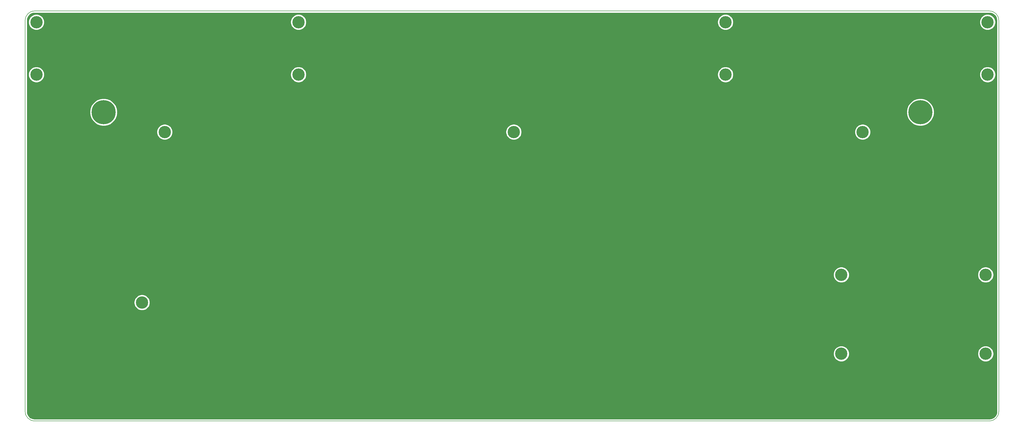
<source format=gbr>
G04 #@! TF.GenerationSoftware,KiCad,Pcbnew,(5.1.12)-1*
G04 #@! TF.CreationDate,2022-04-13T19:57:18+05:30*
G04 #@! TF.ProjectId,mysterium-bottom,6d797374-6572-4697-956d-2d626f74746f,rev?*
G04 #@! TF.SameCoordinates,Original*
G04 #@! TF.FileFunction,Copper,L1,Top*
G04 #@! TF.FilePolarity,Positive*
%FSLAX46Y46*%
G04 Gerber Fmt 4.6, Leading zero omitted, Abs format (unit mm)*
G04 Created by KiCad (PCBNEW (5.1.12)-1) date 2022-04-13 19:57:18*
%MOMM*%
%LPD*%
G01*
G04 APERTURE LIST*
G04 #@! TA.AperFunction,Profile*
%ADD10C,0.150000*%
G04 #@! TD*
G04 #@! TA.AperFunction,ComponentPad*
%ADD11C,8.600000*%
G04 #@! TD*
G04 #@! TA.AperFunction,ComponentPad*
%ADD12C,4.400000*%
G04 #@! TD*
G04 #@! TA.AperFunction,Conductor*
%ADD13C,0.254000*%
G04 #@! TD*
G04 #@! TA.AperFunction,Conductor*
%ADD14C,2.000000*%
G04 #@! TD*
G04 APERTURE END LIST*
D10*
X384213099Y-204169841D02*
G75*
G02*
X380909040Y-207479900I-3307059J-3000D01*
G01*
X380903041Y-60863401D02*
G75*
G02*
X384213100Y-64167460I3000J-3307059D01*
G01*
X36550601Y-64173459D02*
G75*
G02*
X39854660Y-60863400I3307059J3000D01*
G01*
X39860659Y-207479899D02*
G75*
G02*
X36550600Y-204175840I-3000J3307059D01*
G01*
X384213100Y-64167460D02*
X384213099Y-204169841D01*
X380909040Y-207479900D02*
X39860659Y-207479899D01*
X36550600Y-204175840D02*
X36550601Y-64173459D01*
X39854660Y-60863400D02*
X380903041Y-60863400D01*
D11*
X356213100Y-97053400D03*
X64550600Y-97053400D03*
D12*
X286626300Y-83613400D03*
X134137400Y-83613400D03*
X286626300Y-64863400D03*
X40550600Y-64863400D03*
X379523512Y-183454800D03*
X327986788Y-183454800D03*
X379523512Y-155219400D03*
X327986788Y-155219400D03*
X78257400Y-165125400D03*
X86360000Y-104152700D03*
X335597500Y-104152700D03*
X211018120Y-192186560D03*
X211016251Y-104152700D03*
X134137400Y-64863400D03*
X380213100Y-64863400D03*
X380213100Y-83613400D03*
X40550600Y-83613400D03*
D13*
X381407508Y-61625744D02*
X381892232Y-61771612D01*
X382339387Y-62008847D01*
X382731949Y-62328421D01*
X383054962Y-62718155D01*
X383296123Y-63163208D01*
X383446248Y-63646629D01*
X383503101Y-64182877D01*
X383503099Y-204135438D01*
X383450756Y-204674309D01*
X383304888Y-205159032D01*
X383067652Y-205606188D01*
X382748079Y-205998749D01*
X382358343Y-206321763D01*
X381913292Y-206562923D01*
X381429871Y-206713048D01*
X380893623Y-206769901D01*
X39895062Y-206769899D01*
X39356191Y-206717556D01*
X38871468Y-206571688D01*
X38424312Y-206334452D01*
X38031751Y-206014879D01*
X37708737Y-205625143D01*
X37467577Y-205180092D01*
X37317452Y-204696671D01*
X37260599Y-204160423D01*
X37260599Y-183175577D01*
X325151788Y-183175577D01*
X325151788Y-183734023D01*
X325260736Y-184281739D01*
X325474444Y-184797676D01*
X325784700Y-185262007D01*
X326179581Y-185656888D01*
X326643912Y-185967144D01*
X327159849Y-186180852D01*
X327707565Y-186289800D01*
X328266011Y-186289800D01*
X328813727Y-186180852D01*
X329329664Y-185967144D01*
X329793995Y-185656888D01*
X330188876Y-185262007D01*
X330499132Y-184797676D01*
X330712840Y-184281739D01*
X330821788Y-183734023D01*
X330821788Y-183175577D01*
X376688512Y-183175577D01*
X376688512Y-183734023D01*
X376797460Y-184281739D01*
X377011168Y-184797676D01*
X377321424Y-185262007D01*
X377716305Y-185656888D01*
X378180636Y-185967144D01*
X378696573Y-186180852D01*
X379244289Y-186289800D01*
X379802735Y-186289800D01*
X380350451Y-186180852D01*
X380866388Y-185967144D01*
X381330719Y-185656888D01*
X381725600Y-185262007D01*
X382035856Y-184797676D01*
X382249564Y-184281739D01*
X382358512Y-183734023D01*
X382358512Y-183175577D01*
X382249564Y-182627861D01*
X382035856Y-182111924D01*
X381725600Y-181647593D01*
X381330719Y-181252712D01*
X380866388Y-180942456D01*
X380350451Y-180728748D01*
X379802735Y-180619800D01*
X379244289Y-180619800D01*
X378696573Y-180728748D01*
X378180636Y-180942456D01*
X377716305Y-181252712D01*
X377321424Y-181647593D01*
X377011168Y-182111924D01*
X376797460Y-182627861D01*
X376688512Y-183175577D01*
X330821788Y-183175577D01*
X330712840Y-182627861D01*
X330499132Y-182111924D01*
X330188876Y-181647593D01*
X329793995Y-181252712D01*
X329329664Y-180942456D01*
X328813727Y-180728748D01*
X328266011Y-180619800D01*
X327707565Y-180619800D01*
X327159849Y-180728748D01*
X326643912Y-180942456D01*
X326179581Y-181252712D01*
X325784700Y-181647593D01*
X325474444Y-182111924D01*
X325260736Y-182627861D01*
X325151788Y-183175577D01*
X37260599Y-183175577D01*
X37260599Y-164846177D01*
X75422400Y-164846177D01*
X75422400Y-165404623D01*
X75531348Y-165952339D01*
X75745056Y-166468276D01*
X76055312Y-166932607D01*
X76450193Y-167327488D01*
X76914524Y-167637744D01*
X77430461Y-167851452D01*
X77978177Y-167960400D01*
X78536623Y-167960400D01*
X79084339Y-167851452D01*
X79600276Y-167637744D01*
X80064607Y-167327488D01*
X80459488Y-166932607D01*
X80769744Y-166468276D01*
X80983452Y-165952339D01*
X81092400Y-165404623D01*
X81092400Y-164846177D01*
X80983452Y-164298461D01*
X80769744Y-163782524D01*
X80459488Y-163318193D01*
X80064607Y-162923312D01*
X79600276Y-162613056D01*
X79084339Y-162399348D01*
X78536623Y-162290400D01*
X77978177Y-162290400D01*
X77430461Y-162399348D01*
X76914524Y-162613056D01*
X76450193Y-162923312D01*
X76055312Y-163318193D01*
X75745056Y-163782524D01*
X75531348Y-164298461D01*
X75422400Y-164846177D01*
X37260599Y-164846177D01*
X37260599Y-154940177D01*
X325151788Y-154940177D01*
X325151788Y-155498623D01*
X325260736Y-156046339D01*
X325474444Y-156562276D01*
X325784700Y-157026607D01*
X326179581Y-157421488D01*
X326643912Y-157731744D01*
X327159849Y-157945452D01*
X327707565Y-158054400D01*
X328266011Y-158054400D01*
X328813727Y-157945452D01*
X329329664Y-157731744D01*
X329793995Y-157421488D01*
X330188876Y-157026607D01*
X330499132Y-156562276D01*
X330712840Y-156046339D01*
X330821788Y-155498623D01*
X330821788Y-154940177D01*
X376688512Y-154940177D01*
X376688512Y-155498623D01*
X376797460Y-156046339D01*
X377011168Y-156562276D01*
X377321424Y-157026607D01*
X377716305Y-157421488D01*
X378180636Y-157731744D01*
X378696573Y-157945452D01*
X379244289Y-158054400D01*
X379802735Y-158054400D01*
X380350451Y-157945452D01*
X380866388Y-157731744D01*
X381330719Y-157421488D01*
X381725600Y-157026607D01*
X382035856Y-156562276D01*
X382249564Y-156046339D01*
X382358512Y-155498623D01*
X382358512Y-154940177D01*
X382249564Y-154392461D01*
X382035856Y-153876524D01*
X381725600Y-153412193D01*
X381330719Y-153017312D01*
X380866388Y-152707056D01*
X380350451Y-152493348D01*
X379802735Y-152384400D01*
X379244289Y-152384400D01*
X378696573Y-152493348D01*
X378180636Y-152707056D01*
X377716305Y-153017312D01*
X377321424Y-153412193D01*
X377011168Y-153876524D01*
X376797460Y-154392461D01*
X376688512Y-154940177D01*
X330821788Y-154940177D01*
X330712840Y-154392461D01*
X330499132Y-153876524D01*
X330188876Y-153412193D01*
X329793995Y-153017312D01*
X329329664Y-152707056D01*
X328813727Y-152493348D01*
X328266011Y-152384400D01*
X327707565Y-152384400D01*
X327159849Y-152493348D01*
X326643912Y-152707056D01*
X326179581Y-153017312D01*
X325784700Y-153412193D01*
X325474444Y-153876524D01*
X325260736Y-154392461D01*
X325151788Y-154940177D01*
X37260599Y-154940177D01*
X37260599Y-103873477D01*
X83525000Y-103873477D01*
X83525000Y-104431923D01*
X83633948Y-104979639D01*
X83847656Y-105495576D01*
X84157912Y-105959907D01*
X84552793Y-106354788D01*
X85017124Y-106665044D01*
X85533061Y-106878752D01*
X86080777Y-106987700D01*
X86639223Y-106987700D01*
X87186939Y-106878752D01*
X87702876Y-106665044D01*
X88167207Y-106354788D01*
X88562088Y-105959907D01*
X88872344Y-105495576D01*
X89086052Y-104979639D01*
X89195000Y-104431923D01*
X89195000Y-103873477D01*
X208181251Y-103873477D01*
X208181251Y-104431923D01*
X208290199Y-104979639D01*
X208503907Y-105495576D01*
X208814163Y-105959907D01*
X209209044Y-106354788D01*
X209673375Y-106665044D01*
X210189312Y-106878752D01*
X210737028Y-106987700D01*
X211295474Y-106987700D01*
X211843190Y-106878752D01*
X212359127Y-106665044D01*
X212823458Y-106354788D01*
X213218339Y-105959907D01*
X213528595Y-105495576D01*
X213742303Y-104979639D01*
X213851251Y-104431923D01*
X213851251Y-103873477D01*
X332762500Y-103873477D01*
X332762500Y-104431923D01*
X332871448Y-104979639D01*
X333085156Y-105495576D01*
X333395412Y-105959907D01*
X333790293Y-106354788D01*
X334254624Y-106665044D01*
X334770561Y-106878752D01*
X335318277Y-106987700D01*
X335876723Y-106987700D01*
X336424439Y-106878752D01*
X336940376Y-106665044D01*
X337404707Y-106354788D01*
X337799588Y-105959907D01*
X338109844Y-105495576D01*
X338323552Y-104979639D01*
X338432500Y-104431923D01*
X338432500Y-103873477D01*
X338323552Y-103325761D01*
X338109844Y-102809824D01*
X337799588Y-102345493D01*
X337404707Y-101950612D01*
X336940376Y-101640356D01*
X336424439Y-101426648D01*
X335876723Y-101317700D01*
X335318277Y-101317700D01*
X334770561Y-101426648D01*
X334254624Y-101640356D01*
X333790293Y-101950612D01*
X333395412Y-102345493D01*
X333085156Y-102809824D01*
X332871448Y-103325761D01*
X332762500Y-103873477D01*
X213851251Y-103873477D01*
X213742303Y-103325761D01*
X213528595Y-102809824D01*
X213218339Y-102345493D01*
X212823458Y-101950612D01*
X212359127Y-101640356D01*
X211843190Y-101426648D01*
X211295474Y-101317700D01*
X210737028Y-101317700D01*
X210189312Y-101426648D01*
X209673375Y-101640356D01*
X209209044Y-101950612D01*
X208814163Y-102345493D01*
X208503907Y-102809824D01*
X208290199Y-103325761D01*
X208181251Y-103873477D01*
X89195000Y-103873477D01*
X89086052Y-103325761D01*
X88872344Y-102809824D01*
X88562088Y-102345493D01*
X88167207Y-101950612D01*
X87702876Y-101640356D01*
X87186939Y-101426648D01*
X86639223Y-101317700D01*
X86080777Y-101317700D01*
X85533061Y-101426648D01*
X85017124Y-101640356D01*
X84552793Y-101950612D01*
X84157912Y-102345493D01*
X83847656Y-102809824D01*
X83633948Y-103325761D01*
X83525000Y-103873477D01*
X37260599Y-103873477D01*
X37260599Y-96567345D01*
X59615600Y-96567345D01*
X59615600Y-97539455D01*
X59805250Y-98492886D01*
X60177260Y-99390999D01*
X60717335Y-100199279D01*
X61404721Y-100886665D01*
X62213001Y-101426740D01*
X63111114Y-101798750D01*
X64064545Y-101988400D01*
X65036655Y-101988400D01*
X65990086Y-101798750D01*
X66888199Y-101426740D01*
X67696479Y-100886665D01*
X68383865Y-100199279D01*
X68923940Y-99390999D01*
X69295950Y-98492886D01*
X69485600Y-97539455D01*
X69485600Y-96567345D01*
X351278100Y-96567345D01*
X351278100Y-97539455D01*
X351467750Y-98492886D01*
X351839760Y-99390999D01*
X352379835Y-100199279D01*
X353067221Y-100886665D01*
X353875501Y-101426740D01*
X354773614Y-101798750D01*
X355727045Y-101988400D01*
X356699155Y-101988400D01*
X357652586Y-101798750D01*
X358550699Y-101426740D01*
X359358979Y-100886665D01*
X360046365Y-100199279D01*
X360586440Y-99390999D01*
X360958450Y-98492886D01*
X361148100Y-97539455D01*
X361148100Y-96567345D01*
X360958450Y-95613914D01*
X360586440Y-94715801D01*
X360046365Y-93907521D01*
X359358979Y-93220135D01*
X358550699Y-92680060D01*
X357652586Y-92308050D01*
X356699155Y-92118400D01*
X355727045Y-92118400D01*
X354773614Y-92308050D01*
X353875501Y-92680060D01*
X353067221Y-93220135D01*
X352379835Y-93907521D01*
X351839760Y-94715801D01*
X351467750Y-95613914D01*
X351278100Y-96567345D01*
X69485600Y-96567345D01*
X69295950Y-95613914D01*
X68923940Y-94715801D01*
X68383865Y-93907521D01*
X67696479Y-93220135D01*
X66888199Y-92680060D01*
X65990086Y-92308050D01*
X65036655Y-92118400D01*
X64064545Y-92118400D01*
X63111114Y-92308050D01*
X62213001Y-92680060D01*
X61404721Y-93220135D01*
X60717335Y-93907521D01*
X60177260Y-94715801D01*
X59805250Y-95613914D01*
X59615600Y-96567345D01*
X37260599Y-96567345D01*
X37260600Y-83334177D01*
X37715600Y-83334177D01*
X37715600Y-83892623D01*
X37824548Y-84440339D01*
X38038256Y-84956276D01*
X38348512Y-85420607D01*
X38743393Y-85815488D01*
X39207724Y-86125744D01*
X39723661Y-86339452D01*
X40271377Y-86448400D01*
X40829823Y-86448400D01*
X41377539Y-86339452D01*
X41893476Y-86125744D01*
X42357807Y-85815488D01*
X42752688Y-85420607D01*
X43062944Y-84956276D01*
X43276652Y-84440339D01*
X43385600Y-83892623D01*
X43385600Y-83334177D01*
X131302400Y-83334177D01*
X131302400Y-83892623D01*
X131411348Y-84440339D01*
X131625056Y-84956276D01*
X131935312Y-85420607D01*
X132330193Y-85815488D01*
X132794524Y-86125744D01*
X133310461Y-86339452D01*
X133858177Y-86448400D01*
X134416623Y-86448400D01*
X134964339Y-86339452D01*
X135480276Y-86125744D01*
X135944607Y-85815488D01*
X136339488Y-85420607D01*
X136649744Y-84956276D01*
X136863452Y-84440339D01*
X136972400Y-83892623D01*
X136972400Y-83334177D01*
X283791300Y-83334177D01*
X283791300Y-83892623D01*
X283900248Y-84440339D01*
X284113956Y-84956276D01*
X284424212Y-85420607D01*
X284819093Y-85815488D01*
X285283424Y-86125744D01*
X285799361Y-86339452D01*
X286347077Y-86448400D01*
X286905523Y-86448400D01*
X287453239Y-86339452D01*
X287969176Y-86125744D01*
X288433507Y-85815488D01*
X288828388Y-85420607D01*
X289138644Y-84956276D01*
X289352352Y-84440339D01*
X289461300Y-83892623D01*
X289461300Y-83334177D01*
X377378100Y-83334177D01*
X377378100Y-83892623D01*
X377487048Y-84440339D01*
X377700756Y-84956276D01*
X378011012Y-85420607D01*
X378405893Y-85815488D01*
X378870224Y-86125744D01*
X379386161Y-86339452D01*
X379933877Y-86448400D01*
X380492323Y-86448400D01*
X381040039Y-86339452D01*
X381555976Y-86125744D01*
X382020307Y-85815488D01*
X382415188Y-85420607D01*
X382725444Y-84956276D01*
X382939152Y-84440339D01*
X383048100Y-83892623D01*
X383048100Y-83334177D01*
X382939152Y-82786461D01*
X382725444Y-82270524D01*
X382415188Y-81806193D01*
X382020307Y-81411312D01*
X381555976Y-81101056D01*
X381040039Y-80887348D01*
X380492323Y-80778400D01*
X379933877Y-80778400D01*
X379386161Y-80887348D01*
X378870224Y-81101056D01*
X378405893Y-81411312D01*
X378011012Y-81806193D01*
X377700756Y-82270524D01*
X377487048Y-82786461D01*
X377378100Y-83334177D01*
X289461300Y-83334177D01*
X289352352Y-82786461D01*
X289138644Y-82270524D01*
X288828388Y-81806193D01*
X288433507Y-81411312D01*
X287969176Y-81101056D01*
X287453239Y-80887348D01*
X286905523Y-80778400D01*
X286347077Y-80778400D01*
X285799361Y-80887348D01*
X285283424Y-81101056D01*
X284819093Y-81411312D01*
X284424212Y-81806193D01*
X284113956Y-82270524D01*
X283900248Y-82786461D01*
X283791300Y-83334177D01*
X136972400Y-83334177D01*
X136863452Y-82786461D01*
X136649744Y-82270524D01*
X136339488Y-81806193D01*
X135944607Y-81411312D01*
X135480276Y-81101056D01*
X134964339Y-80887348D01*
X134416623Y-80778400D01*
X133858177Y-80778400D01*
X133310461Y-80887348D01*
X132794524Y-81101056D01*
X132330193Y-81411312D01*
X131935312Y-81806193D01*
X131625056Y-82270524D01*
X131411348Y-82786461D01*
X131302400Y-83334177D01*
X43385600Y-83334177D01*
X43276652Y-82786461D01*
X43062944Y-82270524D01*
X42752688Y-81806193D01*
X42357807Y-81411312D01*
X41893476Y-81101056D01*
X41377539Y-80887348D01*
X40829823Y-80778400D01*
X40271377Y-80778400D01*
X39723661Y-80887348D01*
X39207724Y-81101056D01*
X38743393Y-81411312D01*
X38348512Y-81806193D01*
X38038256Y-82270524D01*
X37824548Y-82786461D01*
X37715600Y-83334177D01*
X37260600Y-83334177D01*
X37260600Y-64584177D01*
X37715600Y-64584177D01*
X37715600Y-65142623D01*
X37824548Y-65690339D01*
X38038256Y-66206276D01*
X38348512Y-66670607D01*
X38743393Y-67065488D01*
X39207724Y-67375744D01*
X39723661Y-67589452D01*
X40271377Y-67698400D01*
X40829823Y-67698400D01*
X41377539Y-67589452D01*
X41893476Y-67375744D01*
X42357807Y-67065488D01*
X42752688Y-66670607D01*
X43062944Y-66206276D01*
X43276652Y-65690339D01*
X43385600Y-65142623D01*
X43385600Y-64584177D01*
X131302400Y-64584177D01*
X131302400Y-65142623D01*
X131411348Y-65690339D01*
X131625056Y-66206276D01*
X131935312Y-66670607D01*
X132330193Y-67065488D01*
X132794524Y-67375744D01*
X133310461Y-67589452D01*
X133858177Y-67698400D01*
X134416623Y-67698400D01*
X134964339Y-67589452D01*
X135480276Y-67375744D01*
X135944607Y-67065488D01*
X136339488Y-66670607D01*
X136649744Y-66206276D01*
X136863452Y-65690339D01*
X136972400Y-65142623D01*
X136972400Y-64584177D01*
X283791300Y-64584177D01*
X283791300Y-65142623D01*
X283900248Y-65690339D01*
X284113956Y-66206276D01*
X284424212Y-66670607D01*
X284819093Y-67065488D01*
X285283424Y-67375744D01*
X285799361Y-67589452D01*
X286347077Y-67698400D01*
X286905523Y-67698400D01*
X287453239Y-67589452D01*
X287969176Y-67375744D01*
X288433507Y-67065488D01*
X288828388Y-66670607D01*
X289138644Y-66206276D01*
X289352352Y-65690339D01*
X289461300Y-65142623D01*
X289461300Y-64584177D01*
X377378100Y-64584177D01*
X377378100Y-65142623D01*
X377487048Y-65690339D01*
X377700756Y-66206276D01*
X378011012Y-66670607D01*
X378405893Y-67065488D01*
X378870224Y-67375744D01*
X379386161Y-67589452D01*
X379933877Y-67698400D01*
X380492323Y-67698400D01*
X381040039Y-67589452D01*
X381555976Y-67375744D01*
X382020307Y-67065488D01*
X382415188Y-66670607D01*
X382725444Y-66206276D01*
X382939152Y-65690339D01*
X383048100Y-65142623D01*
X383048100Y-64584177D01*
X382939152Y-64036461D01*
X382725444Y-63520524D01*
X382415188Y-63056193D01*
X382020307Y-62661312D01*
X381555976Y-62351056D01*
X381040039Y-62137348D01*
X380492323Y-62028400D01*
X379933877Y-62028400D01*
X379386161Y-62137348D01*
X378870224Y-62351056D01*
X378405893Y-62661312D01*
X378011012Y-63056193D01*
X377700756Y-63520524D01*
X377487048Y-64036461D01*
X377378100Y-64584177D01*
X289461300Y-64584177D01*
X289352352Y-64036461D01*
X289138644Y-63520524D01*
X288828388Y-63056193D01*
X288433507Y-62661312D01*
X287969176Y-62351056D01*
X287453239Y-62137348D01*
X286905523Y-62028400D01*
X286347077Y-62028400D01*
X285799361Y-62137348D01*
X285283424Y-62351056D01*
X284819093Y-62661312D01*
X284424212Y-63056193D01*
X284113956Y-63520524D01*
X283900248Y-64036461D01*
X283791300Y-64584177D01*
X136972400Y-64584177D01*
X136863452Y-64036461D01*
X136649744Y-63520524D01*
X136339488Y-63056193D01*
X135944607Y-62661312D01*
X135480276Y-62351056D01*
X134964339Y-62137348D01*
X134416623Y-62028400D01*
X133858177Y-62028400D01*
X133310461Y-62137348D01*
X132794524Y-62351056D01*
X132330193Y-62661312D01*
X131935312Y-63056193D01*
X131625056Y-63520524D01*
X131411348Y-64036461D01*
X131302400Y-64584177D01*
X43385600Y-64584177D01*
X43276652Y-64036461D01*
X43062944Y-63520524D01*
X42752688Y-63056193D01*
X42357807Y-62661312D01*
X41893476Y-62351056D01*
X41377539Y-62137348D01*
X40829823Y-62028400D01*
X40271377Y-62028400D01*
X39723661Y-62137348D01*
X39207724Y-62351056D01*
X38743393Y-62661312D01*
X38348512Y-63056193D01*
X38038256Y-63520524D01*
X37824548Y-64036461D01*
X37715600Y-64584177D01*
X37260600Y-64584177D01*
X37260601Y-64207861D01*
X37312944Y-63668992D01*
X37458812Y-63184268D01*
X37696047Y-62737113D01*
X38015621Y-62344551D01*
X38405355Y-62021538D01*
X38850408Y-61780377D01*
X39333829Y-61630252D01*
X39870067Y-61573400D01*
X380868629Y-61573400D01*
X381407508Y-61625744D01*
G04 #@! TA.AperFunction,Conductor*
D14*
G36*
X381407508Y-61625744D02*
G01*
X381892232Y-61771612D01*
X382339387Y-62008847D01*
X382731949Y-62328421D01*
X383054962Y-62718155D01*
X383296123Y-63163208D01*
X383446248Y-63646629D01*
X383503101Y-64182877D01*
X383503099Y-204135438D01*
X383450756Y-204674309D01*
X383304888Y-205159032D01*
X383067652Y-205606188D01*
X382748079Y-205998749D01*
X382358343Y-206321763D01*
X381913292Y-206562923D01*
X381429871Y-206713048D01*
X380893623Y-206769901D01*
X39895062Y-206769899D01*
X39356191Y-206717556D01*
X38871468Y-206571688D01*
X38424312Y-206334452D01*
X38031751Y-206014879D01*
X37708737Y-205625143D01*
X37467577Y-205180092D01*
X37317452Y-204696671D01*
X37260599Y-204160423D01*
X37260599Y-183175577D01*
X325151788Y-183175577D01*
X325151788Y-183734023D01*
X325260736Y-184281739D01*
X325474444Y-184797676D01*
X325784700Y-185262007D01*
X326179581Y-185656888D01*
X326643912Y-185967144D01*
X327159849Y-186180852D01*
X327707565Y-186289800D01*
X328266011Y-186289800D01*
X328813727Y-186180852D01*
X329329664Y-185967144D01*
X329793995Y-185656888D01*
X330188876Y-185262007D01*
X330499132Y-184797676D01*
X330712840Y-184281739D01*
X330821788Y-183734023D01*
X330821788Y-183175577D01*
X376688512Y-183175577D01*
X376688512Y-183734023D01*
X376797460Y-184281739D01*
X377011168Y-184797676D01*
X377321424Y-185262007D01*
X377716305Y-185656888D01*
X378180636Y-185967144D01*
X378696573Y-186180852D01*
X379244289Y-186289800D01*
X379802735Y-186289800D01*
X380350451Y-186180852D01*
X380866388Y-185967144D01*
X381330719Y-185656888D01*
X381725600Y-185262007D01*
X382035856Y-184797676D01*
X382249564Y-184281739D01*
X382358512Y-183734023D01*
X382358512Y-183175577D01*
X382249564Y-182627861D01*
X382035856Y-182111924D01*
X381725600Y-181647593D01*
X381330719Y-181252712D01*
X380866388Y-180942456D01*
X380350451Y-180728748D01*
X379802735Y-180619800D01*
X379244289Y-180619800D01*
X378696573Y-180728748D01*
X378180636Y-180942456D01*
X377716305Y-181252712D01*
X377321424Y-181647593D01*
X377011168Y-182111924D01*
X376797460Y-182627861D01*
X376688512Y-183175577D01*
X330821788Y-183175577D01*
X330712840Y-182627861D01*
X330499132Y-182111924D01*
X330188876Y-181647593D01*
X329793995Y-181252712D01*
X329329664Y-180942456D01*
X328813727Y-180728748D01*
X328266011Y-180619800D01*
X327707565Y-180619800D01*
X327159849Y-180728748D01*
X326643912Y-180942456D01*
X326179581Y-181252712D01*
X325784700Y-181647593D01*
X325474444Y-182111924D01*
X325260736Y-182627861D01*
X325151788Y-183175577D01*
X37260599Y-183175577D01*
X37260599Y-164846177D01*
X75422400Y-164846177D01*
X75422400Y-165404623D01*
X75531348Y-165952339D01*
X75745056Y-166468276D01*
X76055312Y-166932607D01*
X76450193Y-167327488D01*
X76914524Y-167637744D01*
X77430461Y-167851452D01*
X77978177Y-167960400D01*
X78536623Y-167960400D01*
X79084339Y-167851452D01*
X79600276Y-167637744D01*
X80064607Y-167327488D01*
X80459488Y-166932607D01*
X80769744Y-166468276D01*
X80983452Y-165952339D01*
X81092400Y-165404623D01*
X81092400Y-164846177D01*
X80983452Y-164298461D01*
X80769744Y-163782524D01*
X80459488Y-163318193D01*
X80064607Y-162923312D01*
X79600276Y-162613056D01*
X79084339Y-162399348D01*
X78536623Y-162290400D01*
X77978177Y-162290400D01*
X77430461Y-162399348D01*
X76914524Y-162613056D01*
X76450193Y-162923312D01*
X76055312Y-163318193D01*
X75745056Y-163782524D01*
X75531348Y-164298461D01*
X75422400Y-164846177D01*
X37260599Y-164846177D01*
X37260599Y-154940177D01*
X325151788Y-154940177D01*
X325151788Y-155498623D01*
X325260736Y-156046339D01*
X325474444Y-156562276D01*
X325784700Y-157026607D01*
X326179581Y-157421488D01*
X326643912Y-157731744D01*
X327159849Y-157945452D01*
X327707565Y-158054400D01*
X328266011Y-158054400D01*
X328813727Y-157945452D01*
X329329664Y-157731744D01*
X329793995Y-157421488D01*
X330188876Y-157026607D01*
X330499132Y-156562276D01*
X330712840Y-156046339D01*
X330821788Y-155498623D01*
X330821788Y-154940177D01*
X376688512Y-154940177D01*
X376688512Y-155498623D01*
X376797460Y-156046339D01*
X377011168Y-156562276D01*
X377321424Y-157026607D01*
X377716305Y-157421488D01*
X378180636Y-157731744D01*
X378696573Y-157945452D01*
X379244289Y-158054400D01*
X379802735Y-158054400D01*
X380350451Y-157945452D01*
X380866388Y-157731744D01*
X381330719Y-157421488D01*
X381725600Y-157026607D01*
X382035856Y-156562276D01*
X382249564Y-156046339D01*
X382358512Y-155498623D01*
X382358512Y-154940177D01*
X382249564Y-154392461D01*
X382035856Y-153876524D01*
X381725600Y-153412193D01*
X381330719Y-153017312D01*
X380866388Y-152707056D01*
X380350451Y-152493348D01*
X379802735Y-152384400D01*
X379244289Y-152384400D01*
X378696573Y-152493348D01*
X378180636Y-152707056D01*
X377716305Y-153017312D01*
X377321424Y-153412193D01*
X377011168Y-153876524D01*
X376797460Y-154392461D01*
X376688512Y-154940177D01*
X330821788Y-154940177D01*
X330712840Y-154392461D01*
X330499132Y-153876524D01*
X330188876Y-153412193D01*
X329793995Y-153017312D01*
X329329664Y-152707056D01*
X328813727Y-152493348D01*
X328266011Y-152384400D01*
X327707565Y-152384400D01*
X327159849Y-152493348D01*
X326643912Y-152707056D01*
X326179581Y-153017312D01*
X325784700Y-153412193D01*
X325474444Y-153876524D01*
X325260736Y-154392461D01*
X325151788Y-154940177D01*
X37260599Y-154940177D01*
X37260599Y-103873477D01*
X83525000Y-103873477D01*
X83525000Y-104431923D01*
X83633948Y-104979639D01*
X83847656Y-105495576D01*
X84157912Y-105959907D01*
X84552793Y-106354788D01*
X85017124Y-106665044D01*
X85533061Y-106878752D01*
X86080777Y-106987700D01*
X86639223Y-106987700D01*
X87186939Y-106878752D01*
X87702876Y-106665044D01*
X88167207Y-106354788D01*
X88562088Y-105959907D01*
X88872344Y-105495576D01*
X89086052Y-104979639D01*
X89195000Y-104431923D01*
X89195000Y-103873477D01*
X208181251Y-103873477D01*
X208181251Y-104431923D01*
X208290199Y-104979639D01*
X208503907Y-105495576D01*
X208814163Y-105959907D01*
X209209044Y-106354788D01*
X209673375Y-106665044D01*
X210189312Y-106878752D01*
X210737028Y-106987700D01*
X211295474Y-106987700D01*
X211843190Y-106878752D01*
X212359127Y-106665044D01*
X212823458Y-106354788D01*
X213218339Y-105959907D01*
X213528595Y-105495576D01*
X213742303Y-104979639D01*
X213851251Y-104431923D01*
X213851251Y-103873477D01*
X332762500Y-103873477D01*
X332762500Y-104431923D01*
X332871448Y-104979639D01*
X333085156Y-105495576D01*
X333395412Y-105959907D01*
X333790293Y-106354788D01*
X334254624Y-106665044D01*
X334770561Y-106878752D01*
X335318277Y-106987700D01*
X335876723Y-106987700D01*
X336424439Y-106878752D01*
X336940376Y-106665044D01*
X337404707Y-106354788D01*
X337799588Y-105959907D01*
X338109844Y-105495576D01*
X338323552Y-104979639D01*
X338432500Y-104431923D01*
X338432500Y-103873477D01*
X338323552Y-103325761D01*
X338109844Y-102809824D01*
X337799588Y-102345493D01*
X337404707Y-101950612D01*
X336940376Y-101640356D01*
X336424439Y-101426648D01*
X335876723Y-101317700D01*
X335318277Y-101317700D01*
X334770561Y-101426648D01*
X334254624Y-101640356D01*
X333790293Y-101950612D01*
X333395412Y-102345493D01*
X333085156Y-102809824D01*
X332871448Y-103325761D01*
X332762500Y-103873477D01*
X213851251Y-103873477D01*
X213742303Y-103325761D01*
X213528595Y-102809824D01*
X213218339Y-102345493D01*
X212823458Y-101950612D01*
X212359127Y-101640356D01*
X211843190Y-101426648D01*
X211295474Y-101317700D01*
X210737028Y-101317700D01*
X210189312Y-101426648D01*
X209673375Y-101640356D01*
X209209044Y-101950612D01*
X208814163Y-102345493D01*
X208503907Y-102809824D01*
X208290199Y-103325761D01*
X208181251Y-103873477D01*
X89195000Y-103873477D01*
X89086052Y-103325761D01*
X88872344Y-102809824D01*
X88562088Y-102345493D01*
X88167207Y-101950612D01*
X87702876Y-101640356D01*
X87186939Y-101426648D01*
X86639223Y-101317700D01*
X86080777Y-101317700D01*
X85533061Y-101426648D01*
X85017124Y-101640356D01*
X84552793Y-101950612D01*
X84157912Y-102345493D01*
X83847656Y-102809824D01*
X83633948Y-103325761D01*
X83525000Y-103873477D01*
X37260599Y-103873477D01*
X37260599Y-96567345D01*
X59615600Y-96567345D01*
X59615600Y-97539455D01*
X59805250Y-98492886D01*
X60177260Y-99390999D01*
X60717335Y-100199279D01*
X61404721Y-100886665D01*
X62213001Y-101426740D01*
X63111114Y-101798750D01*
X64064545Y-101988400D01*
X65036655Y-101988400D01*
X65990086Y-101798750D01*
X66888199Y-101426740D01*
X67696479Y-100886665D01*
X68383865Y-100199279D01*
X68923940Y-99390999D01*
X69295950Y-98492886D01*
X69485600Y-97539455D01*
X69485600Y-96567345D01*
X351278100Y-96567345D01*
X351278100Y-97539455D01*
X351467750Y-98492886D01*
X351839760Y-99390999D01*
X352379835Y-100199279D01*
X353067221Y-100886665D01*
X353875501Y-101426740D01*
X354773614Y-101798750D01*
X355727045Y-101988400D01*
X356699155Y-101988400D01*
X357652586Y-101798750D01*
X358550699Y-101426740D01*
X359358979Y-100886665D01*
X360046365Y-100199279D01*
X360586440Y-99390999D01*
X360958450Y-98492886D01*
X361148100Y-97539455D01*
X361148100Y-96567345D01*
X360958450Y-95613914D01*
X360586440Y-94715801D01*
X360046365Y-93907521D01*
X359358979Y-93220135D01*
X358550699Y-92680060D01*
X357652586Y-92308050D01*
X356699155Y-92118400D01*
X355727045Y-92118400D01*
X354773614Y-92308050D01*
X353875501Y-92680060D01*
X353067221Y-93220135D01*
X352379835Y-93907521D01*
X351839760Y-94715801D01*
X351467750Y-95613914D01*
X351278100Y-96567345D01*
X69485600Y-96567345D01*
X69295950Y-95613914D01*
X68923940Y-94715801D01*
X68383865Y-93907521D01*
X67696479Y-93220135D01*
X66888199Y-92680060D01*
X65990086Y-92308050D01*
X65036655Y-92118400D01*
X64064545Y-92118400D01*
X63111114Y-92308050D01*
X62213001Y-92680060D01*
X61404721Y-93220135D01*
X60717335Y-93907521D01*
X60177260Y-94715801D01*
X59805250Y-95613914D01*
X59615600Y-96567345D01*
X37260599Y-96567345D01*
X37260600Y-83334177D01*
X37715600Y-83334177D01*
X37715600Y-83892623D01*
X37824548Y-84440339D01*
X38038256Y-84956276D01*
X38348512Y-85420607D01*
X38743393Y-85815488D01*
X39207724Y-86125744D01*
X39723661Y-86339452D01*
X40271377Y-86448400D01*
X40829823Y-86448400D01*
X41377539Y-86339452D01*
X41893476Y-86125744D01*
X42357807Y-85815488D01*
X42752688Y-85420607D01*
X43062944Y-84956276D01*
X43276652Y-84440339D01*
X43385600Y-83892623D01*
X43385600Y-83334177D01*
X131302400Y-83334177D01*
X131302400Y-83892623D01*
X131411348Y-84440339D01*
X131625056Y-84956276D01*
X131935312Y-85420607D01*
X132330193Y-85815488D01*
X132794524Y-86125744D01*
X133310461Y-86339452D01*
X133858177Y-86448400D01*
X134416623Y-86448400D01*
X134964339Y-86339452D01*
X135480276Y-86125744D01*
X135944607Y-85815488D01*
X136339488Y-85420607D01*
X136649744Y-84956276D01*
X136863452Y-84440339D01*
X136972400Y-83892623D01*
X136972400Y-83334177D01*
X283791300Y-83334177D01*
X283791300Y-83892623D01*
X283900248Y-84440339D01*
X284113956Y-84956276D01*
X284424212Y-85420607D01*
X284819093Y-85815488D01*
X285283424Y-86125744D01*
X285799361Y-86339452D01*
X286347077Y-86448400D01*
X286905523Y-86448400D01*
X287453239Y-86339452D01*
X287969176Y-86125744D01*
X288433507Y-85815488D01*
X288828388Y-85420607D01*
X289138644Y-84956276D01*
X289352352Y-84440339D01*
X289461300Y-83892623D01*
X289461300Y-83334177D01*
X377378100Y-83334177D01*
X377378100Y-83892623D01*
X377487048Y-84440339D01*
X377700756Y-84956276D01*
X378011012Y-85420607D01*
X378405893Y-85815488D01*
X378870224Y-86125744D01*
X379386161Y-86339452D01*
X379933877Y-86448400D01*
X380492323Y-86448400D01*
X381040039Y-86339452D01*
X381555976Y-86125744D01*
X382020307Y-85815488D01*
X382415188Y-85420607D01*
X382725444Y-84956276D01*
X382939152Y-84440339D01*
X383048100Y-83892623D01*
X383048100Y-83334177D01*
X382939152Y-82786461D01*
X382725444Y-82270524D01*
X382415188Y-81806193D01*
X382020307Y-81411312D01*
X381555976Y-81101056D01*
X381040039Y-80887348D01*
X380492323Y-80778400D01*
X379933877Y-80778400D01*
X379386161Y-80887348D01*
X378870224Y-81101056D01*
X378405893Y-81411312D01*
X378011012Y-81806193D01*
X377700756Y-82270524D01*
X377487048Y-82786461D01*
X377378100Y-83334177D01*
X289461300Y-83334177D01*
X289352352Y-82786461D01*
X289138644Y-82270524D01*
X288828388Y-81806193D01*
X288433507Y-81411312D01*
X287969176Y-81101056D01*
X287453239Y-80887348D01*
X286905523Y-80778400D01*
X286347077Y-80778400D01*
X285799361Y-80887348D01*
X285283424Y-81101056D01*
X284819093Y-81411312D01*
X284424212Y-81806193D01*
X284113956Y-82270524D01*
X283900248Y-82786461D01*
X283791300Y-83334177D01*
X136972400Y-83334177D01*
X136863452Y-82786461D01*
X136649744Y-82270524D01*
X136339488Y-81806193D01*
X135944607Y-81411312D01*
X135480276Y-81101056D01*
X134964339Y-80887348D01*
X134416623Y-80778400D01*
X133858177Y-80778400D01*
X133310461Y-80887348D01*
X132794524Y-81101056D01*
X132330193Y-81411312D01*
X131935312Y-81806193D01*
X131625056Y-82270524D01*
X131411348Y-82786461D01*
X131302400Y-83334177D01*
X43385600Y-83334177D01*
X43276652Y-82786461D01*
X43062944Y-82270524D01*
X42752688Y-81806193D01*
X42357807Y-81411312D01*
X41893476Y-81101056D01*
X41377539Y-80887348D01*
X40829823Y-80778400D01*
X40271377Y-80778400D01*
X39723661Y-80887348D01*
X39207724Y-81101056D01*
X38743393Y-81411312D01*
X38348512Y-81806193D01*
X38038256Y-82270524D01*
X37824548Y-82786461D01*
X37715600Y-83334177D01*
X37260600Y-83334177D01*
X37260600Y-64584177D01*
X37715600Y-64584177D01*
X37715600Y-65142623D01*
X37824548Y-65690339D01*
X38038256Y-66206276D01*
X38348512Y-66670607D01*
X38743393Y-67065488D01*
X39207724Y-67375744D01*
X39723661Y-67589452D01*
X40271377Y-67698400D01*
X40829823Y-67698400D01*
X41377539Y-67589452D01*
X41893476Y-67375744D01*
X42357807Y-67065488D01*
X42752688Y-66670607D01*
X43062944Y-66206276D01*
X43276652Y-65690339D01*
X43385600Y-65142623D01*
X43385600Y-64584177D01*
X131302400Y-64584177D01*
X131302400Y-65142623D01*
X131411348Y-65690339D01*
X131625056Y-66206276D01*
X131935312Y-66670607D01*
X132330193Y-67065488D01*
X132794524Y-67375744D01*
X133310461Y-67589452D01*
X133858177Y-67698400D01*
X134416623Y-67698400D01*
X134964339Y-67589452D01*
X135480276Y-67375744D01*
X135944607Y-67065488D01*
X136339488Y-66670607D01*
X136649744Y-66206276D01*
X136863452Y-65690339D01*
X136972400Y-65142623D01*
X136972400Y-64584177D01*
X283791300Y-64584177D01*
X283791300Y-65142623D01*
X283900248Y-65690339D01*
X284113956Y-66206276D01*
X284424212Y-66670607D01*
X284819093Y-67065488D01*
X285283424Y-67375744D01*
X285799361Y-67589452D01*
X286347077Y-67698400D01*
X286905523Y-67698400D01*
X287453239Y-67589452D01*
X287969176Y-67375744D01*
X288433507Y-67065488D01*
X288828388Y-66670607D01*
X289138644Y-66206276D01*
X289352352Y-65690339D01*
X289461300Y-65142623D01*
X289461300Y-64584177D01*
X377378100Y-64584177D01*
X377378100Y-65142623D01*
X377487048Y-65690339D01*
X377700756Y-66206276D01*
X378011012Y-66670607D01*
X378405893Y-67065488D01*
X378870224Y-67375744D01*
X379386161Y-67589452D01*
X379933877Y-67698400D01*
X380492323Y-67698400D01*
X381040039Y-67589452D01*
X381555976Y-67375744D01*
X382020307Y-67065488D01*
X382415188Y-66670607D01*
X382725444Y-66206276D01*
X382939152Y-65690339D01*
X383048100Y-65142623D01*
X383048100Y-64584177D01*
X382939152Y-64036461D01*
X382725444Y-63520524D01*
X382415188Y-63056193D01*
X382020307Y-62661312D01*
X381555976Y-62351056D01*
X381040039Y-62137348D01*
X380492323Y-62028400D01*
X379933877Y-62028400D01*
X379386161Y-62137348D01*
X378870224Y-62351056D01*
X378405893Y-62661312D01*
X378011012Y-63056193D01*
X377700756Y-63520524D01*
X377487048Y-64036461D01*
X377378100Y-64584177D01*
X289461300Y-64584177D01*
X289352352Y-64036461D01*
X289138644Y-63520524D01*
X288828388Y-63056193D01*
X288433507Y-62661312D01*
X287969176Y-62351056D01*
X287453239Y-62137348D01*
X286905523Y-62028400D01*
X286347077Y-62028400D01*
X285799361Y-62137348D01*
X285283424Y-62351056D01*
X284819093Y-62661312D01*
X284424212Y-63056193D01*
X284113956Y-63520524D01*
X283900248Y-64036461D01*
X283791300Y-64584177D01*
X136972400Y-64584177D01*
X136863452Y-64036461D01*
X136649744Y-63520524D01*
X136339488Y-63056193D01*
X135944607Y-62661312D01*
X135480276Y-62351056D01*
X134964339Y-62137348D01*
X134416623Y-62028400D01*
X133858177Y-62028400D01*
X133310461Y-62137348D01*
X132794524Y-62351056D01*
X132330193Y-62661312D01*
X131935312Y-63056193D01*
X131625056Y-63520524D01*
X131411348Y-64036461D01*
X131302400Y-64584177D01*
X43385600Y-64584177D01*
X43276652Y-64036461D01*
X43062944Y-63520524D01*
X42752688Y-63056193D01*
X42357807Y-62661312D01*
X41893476Y-62351056D01*
X41377539Y-62137348D01*
X40829823Y-62028400D01*
X40271377Y-62028400D01*
X39723661Y-62137348D01*
X39207724Y-62351056D01*
X38743393Y-62661312D01*
X38348512Y-63056193D01*
X38038256Y-63520524D01*
X37824548Y-64036461D01*
X37715600Y-64584177D01*
X37260600Y-64584177D01*
X37260601Y-64207861D01*
X37312944Y-63668992D01*
X37458812Y-63184268D01*
X37696047Y-62737113D01*
X38015621Y-62344551D01*
X38405355Y-62021538D01*
X38850408Y-61780377D01*
X39333829Y-61630252D01*
X39870067Y-61573400D01*
X380868629Y-61573400D01*
X381407508Y-61625744D01*
G37*
G04 #@! TD.AperFunction*
M02*

</source>
